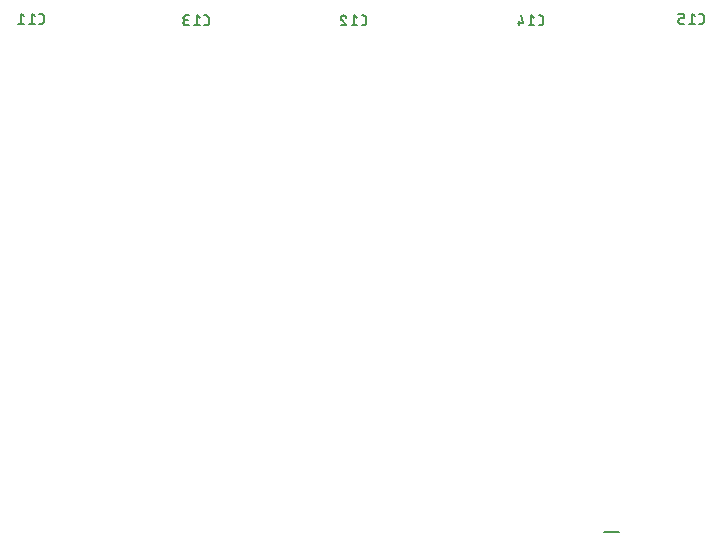
<source format=gbr>
G04 EAGLE Gerber RS-274X export*
G75*
%MOMM*%
%FSLAX34Y34*%
%LPD*%
%INSilkscreen Bottom*%
%IPPOS*%
%AMOC8*
5,1,8,0,0,1.08239X$1,22.5*%
G01*
%ADD10C,0.203200*%


D10*
X65471Y432816D02*
X67277Y432816D01*
X67360Y432818D01*
X67444Y432824D01*
X67527Y432833D01*
X67609Y432847D01*
X67690Y432864D01*
X67771Y432885D01*
X67851Y432910D01*
X67929Y432938D01*
X68006Y432970D01*
X68082Y433005D01*
X68156Y433044D01*
X68228Y433087D01*
X68298Y433132D01*
X68365Y433181D01*
X68431Y433233D01*
X68494Y433287D01*
X68554Y433345D01*
X68612Y433405D01*
X68666Y433468D01*
X68718Y433534D01*
X68767Y433601D01*
X68813Y433671D01*
X68855Y433743D01*
X68894Y433817D01*
X68929Y433893D01*
X68961Y433970D01*
X68989Y434048D01*
X69014Y434128D01*
X69035Y434209D01*
X69052Y434290D01*
X69066Y434373D01*
X69075Y434455D01*
X69081Y434539D01*
X69083Y434622D01*
X69083Y439138D01*
X69081Y439221D01*
X69075Y439305D01*
X69066Y439388D01*
X69052Y439470D01*
X69035Y439551D01*
X69014Y439632D01*
X68989Y439712D01*
X68961Y439790D01*
X68929Y439867D01*
X68894Y439943D01*
X68855Y440017D01*
X68813Y440089D01*
X68767Y440159D01*
X68718Y440226D01*
X68666Y440292D01*
X68612Y440355D01*
X68554Y440415D01*
X68494Y440473D01*
X68431Y440527D01*
X68365Y440579D01*
X68298Y440628D01*
X68228Y440673D01*
X68156Y440716D01*
X68082Y440755D01*
X68007Y440790D01*
X67929Y440822D01*
X67851Y440850D01*
X67771Y440875D01*
X67691Y440896D01*
X67609Y440913D01*
X67527Y440927D01*
X67444Y440936D01*
X67360Y440942D01*
X67277Y440944D01*
X65471Y440944D01*
X61417Y439138D02*
X59159Y440944D01*
X59159Y432816D01*
X61417Y432816D02*
X56901Y432816D01*
X52273Y439138D02*
X50015Y440944D01*
X50015Y432816D01*
X52273Y432816D02*
X47757Y432816D01*
X338521Y431546D02*
X340327Y431546D01*
X340410Y431548D01*
X340494Y431554D01*
X340577Y431563D01*
X340659Y431577D01*
X340740Y431594D01*
X340821Y431615D01*
X340901Y431640D01*
X340979Y431668D01*
X341056Y431700D01*
X341132Y431735D01*
X341206Y431774D01*
X341278Y431817D01*
X341348Y431862D01*
X341415Y431911D01*
X341481Y431963D01*
X341544Y432017D01*
X341604Y432075D01*
X341662Y432135D01*
X341716Y432198D01*
X341768Y432264D01*
X341817Y432331D01*
X341863Y432401D01*
X341905Y432473D01*
X341944Y432547D01*
X341979Y432623D01*
X342011Y432700D01*
X342039Y432778D01*
X342064Y432858D01*
X342085Y432939D01*
X342102Y433020D01*
X342116Y433103D01*
X342125Y433185D01*
X342131Y433269D01*
X342133Y433352D01*
X342133Y437868D01*
X342131Y437951D01*
X342125Y438035D01*
X342116Y438118D01*
X342102Y438200D01*
X342085Y438281D01*
X342064Y438362D01*
X342039Y438442D01*
X342011Y438520D01*
X341979Y438597D01*
X341944Y438673D01*
X341905Y438747D01*
X341863Y438819D01*
X341817Y438889D01*
X341768Y438956D01*
X341716Y439022D01*
X341662Y439085D01*
X341604Y439145D01*
X341544Y439203D01*
X341481Y439257D01*
X341415Y439309D01*
X341348Y439358D01*
X341278Y439403D01*
X341206Y439446D01*
X341132Y439485D01*
X341057Y439520D01*
X340979Y439552D01*
X340901Y439580D01*
X340821Y439605D01*
X340741Y439626D01*
X340659Y439643D01*
X340577Y439657D01*
X340494Y439666D01*
X340410Y439672D01*
X340327Y439674D01*
X338521Y439674D01*
X334467Y437868D02*
X332209Y439674D01*
X332209Y431546D01*
X334467Y431546D02*
X329951Y431546D01*
X322839Y439674D02*
X322750Y439672D01*
X322662Y439666D01*
X322574Y439657D01*
X322486Y439643D01*
X322399Y439626D01*
X322313Y439605D01*
X322228Y439580D01*
X322144Y439551D01*
X322061Y439519D01*
X321980Y439484D01*
X321901Y439444D01*
X321823Y439402D01*
X321747Y439356D01*
X321673Y439307D01*
X321602Y439254D01*
X321533Y439199D01*
X321466Y439140D01*
X321402Y439079D01*
X321341Y439015D01*
X321282Y438948D01*
X321227Y438879D01*
X321174Y438808D01*
X321125Y438734D01*
X321079Y438658D01*
X321037Y438580D01*
X320997Y438501D01*
X320962Y438420D01*
X320930Y438337D01*
X320901Y438253D01*
X320876Y438168D01*
X320855Y438082D01*
X320838Y437995D01*
X320824Y437907D01*
X320815Y437819D01*
X320809Y437731D01*
X320807Y437642D01*
X322839Y439675D02*
X322938Y439673D01*
X323038Y439667D01*
X323137Y439658D01*
X323235Y439645D01*
X323334Y439628D01*
X323431Y439607D01*
X323527Y439583D01*
X323623Y439555D01*
X323717Y439523D01*
X323810Y439488D01*
X323902Y439449D01*
X323992Y439407D01*
X324080Y439361D01*
X324167Y439312D01*
X324252Y439260D01*
X324334Y439204D01*
X324415Y439146D01*
X324493Y439084D01*
X324569Y439020D01*
X324642Y438953D01*
X324713Y438883D01*
X324780Y438810D01*
X324846Y438735D01*
X324908Y438657D01*
X324967Y438577D01*
X325023Y438495D01*
X325076Y438411D01*
X325126Y438324D01*
X325172Y438236D01*
X325215Y438147D01*
X325255Y438055D01*
X325291Y437962D01*
X325323Y437868D01*
X321484Y436061D02*
X321418Y436127D01*
X321355Y436195D01*
X321295Y436266D01*
X321238Y436340D01*
X321184Y436415D01*
X321134Y436493D01*
X321086Y436574D01*
X321043Y436656D01*
X321002Y436740D01*
X320966Y436825D01*
X320933Y436912D01*
X320903Y437000D01*
X320878Y437090D01*
X320856Y437180D01*
X320839Y437272D01*
X320825Y437364D01*
X320815Y437456D01*
X320809Y437549D01*
X320807Y437642D01*
X321484Y436062D02*
X325323Y431546D01*
X320807Y431546D01*
X206977Y431546D02*
X205171Y431546D01*
X206977Y431546D02*
X207060Y431548D01*
X207144Y431554D01*
X207227Y431563D01*
X207309Y431577D01*
X207390Y431594D01*
X207471Y431615D01*
X207551Y431640D01*
X207629Y431668D01*
X207706Y431700D01*
X207782Y431735D01*
X207856Y431774D01*
X207928Y431817D01*
X207998Y431862D01*
X208065Y431911D01*
X208131Y431963D01*
X208194Y432017D01*
X208254Y432075D01*
X208312Y432135D01*
X208366Y432198D01*
X208418Y432264D01*
X208467Y432331D01*
X208513Y432401D01*
X208555Y432473D01*
X208594Y432547D01*
X208629Y432623D01*
X208661Y432700D01*
X208689Y432778D01*
X208714Y432858D01*
X208735Y432939D01*
X208752Y433020D01*
X208766Y433103D01*
X208775Y433185D01*
X208781Y433269D01*
X208783Y433352D01*
X208783Y437868D01*
X208781Y437951D01*
X208775Y438035D01*
X208766Y438118D01*
X208752Y438200D01*
X208735Y438281D01*
X208714Y438362D01*
X208689Y438442D01*
X208661Y438520D01*
X208629Y438597D01*
X208594Y438673D01*
X208555Y438747D01*
X208513Y438819D01*
X208467Y438889D01*
X208418Y438956D01*
X208366Y439022D01*
X208312Y439085D01*
X208254Y439145D01*
X208194Y439203D01*
X208131Y439257D01*
X208065Y439309D01*
X207998Y439358D01*
X207928Y439403D01*
X207856Y439446D01*
X207782Y439485D01*
X207707Y439520D01*
X207629Y439552D01*
X207551Y439580D01*
X207471Y439605D01*
X207391Y439626D01*
X207309Y439643D01*
X207227Y439657D01*
X207144Y439666D01*
X207060Y439672D01*
X206977Y439674D01*
X205171Y439674D01*
X201117Y437868D02*
X198859Y439674D01*
X198859Y431546D01*
X201117Y431546D02*
X196601Y431546D01*
X191973Y431546D02*
X189715Y431546D01*
X189622Y431548D01*
X189529Y431554D01*
X189436Y431563D01*
X189343Y431577D01*
X189252Y431594D01*
X189161Y431615D01*
X189071Y431640D01*
X188982Y431668D01*
X188894Y431700D01*
X188808Y431736D01*
X188723Y431775D01*
X188640Y431818D01*
X188559Y431864D01*
X188480Y431914D01*
X188403Y431966D01*
X188328Y432022D01*
X188256Y432081D01*
X188186Y432143D01*
X188118Y432207D01*
X188054Y432275D01*
X187992Y432345D01*
X187933Y432417D01*
X187877Y432492D01*
X187825Y432569D01*
X187775Y432648D01*
X187729Y432729D01*
X187686Y432812D01*
X187647Y432897D01*
X187611Y432983D01*
X187579Y433071D01*
X187551Y433160D01*
X187526Y433250D01*
X187505Y433341D01*
X187488Y433432D01*
X187474Y433525D01*
X187465Y433618D01*
X187459Y433711D01*
X187457Y433804D01*
X187459Y433897D01*
X187465Y433990D01*
X187474Y434083D01*
X187488Y434176D01*
X187505Y434267D01*
X187526Y434358D01*
X187551Y434448D01*
X187579Y434537D01*
X187611Y434625D01*
X187647Y434711D01*
X187686Y434796D01*
X187729Y434879D01*
X187775Y434960D01*
X187825Y435039D01*
X187877Y435116D01*
X187933Y435191D01*
X187992Y435263D01*
X188054Y435333D01*
X188118Y435401D01*
X188186Y435465D01*
X188256Y435527D01*
X188328Y435586D01*
X188403Y435642D01*
X188480Y435694D01*
X188559Y435744D01*
X188640Y435790D01*
X188723Y435833D01*
X188808Y435872D01*
X188894Y435908D01*
X188982Y435940D01*
X189071Y435968D01*
X189161Y435993D01*
X189252Y436014D01*
X189343Y436031D01*
X189436Y436045D01*
X189529Y436054D01*
X189622Y436060D01*
X189715Y436062D01*
X189263Y439674D02*
X191973Y439674D01*
X189263Y439674D02*
X189180Y439672D01*
X189096Y439666D01*
X189013Y439657D01*
X188931Y439643D01*
X188850Y439626D01*
X188769Y439605D01*
X188689Y439580D01*
X188611Y439552D01*
X188534Y439520D01*
X188458Y439485D01*
X188384Y439446D01*
X188312Y439403D01*
X188242Y439358D01*
X188175Y439309D01*
X188109Y439257D01*
X188046Y439203D01*
X187986Y439145D01*
X187928Y439085D01*
X187874Y439022D01*
X187822Y438956D01*
X187773Y438889D01*
X187728Y438819D01*
X187685Y438747D01*
X187646Y438673D01*
X187611Y438597D01*
X187579Y438520D01*
X187551Y438442D01*
X187526Y438362D01*
X187505Y438281D01*
X187488Y438200D01*
X187474Y438118D01*
X187465Y438035D01*
X187459Y437951D01*
X187457Y437868D01*
X187459Y437785D01*
X187465Y437701D01*
X187474Y437618D01*
X187488Y437536D01*
X187505Y437455D01*
X187526Y437374D01*
X187551Y437294D01*
X187579Y437216D01*
X187611Y437139D01*
X187646Y437063D01*
X187685Y436989D01*
X187728Y436917D01*
X187773Y436847D01*
X187822Y436780D01*
X187874Y436714D01*
X187928Y436651D01*
X187986Y436591D01*
X188046Y436533D01*
X188109Y436479D01*
X188175Y436427D01*
X188242Y436378D01*
X188312Y436333D01*
X188384Y436290D01*
X188458Y436251D01*
X188534Y436216D01*
X188611Y436184D01*
X188689Y436156D01*
X188769Y436131D01*
X188850Y436110D01*
X188931Y436093D01*
X189013Y436079D01*
X189096Y436070D01*
X189180Y436064D01*
X189263Y436062D01*
X191069Y436062D01*
X488381Y431546D02*
X490187Y431546D01*
X490270Y431548D01*
X490354Y431554D01*
X490437Y431563D01*
X490519Y431577D01*
X490600Y431594D01*
X490681Y431615D01*
X490761Y431640D01*
X490839Y431668D01*
X490916Y431700D01*
X490992Y431735D01*
X491066Y431774D01*
X491138Y431817D01*
X491208Y431862D01*
X491275Y431911D01*
X491341Y431963D01*
X491404Y432017D01*
X491464Y432075D01*
X491522Y432135D01*
X491576Y432198D01*
X491628Y432264D01*
X491677Y432331D01*
X491723Y432401D01*
X491765Y432473D01*
X491804Y432547D01*
X491839Y432623D01*
X491871Y432700D01*
X491899Y432778D01*
X491924Y432858D01*
X491945Y432939D01*
X491962Y433020D01*
X491976Y433103D01*
X491985Y433185D01*
X491991Y433269D01*
X491993Y433352D01*
X491993Y437868D01*
X491991Y437951D01*
X491985Y438035D01*
X491976Y438118D01*
X491962Y438200D01*
X491945Y438281D01*
X491924Y438362D01*
X491899Y438442D01*
X491871Y438520D01*
X491839Y438597D01*
X491804Y438673D01*
X491765Y438747D01*
X491723Y438819D01*
X491677Y438889D01*
X491628Y438956D01*
X491576Y439022D01*
X491522Y439085D01*
X491464Y439145D01*
X491404Y439203D01*
X491341Y439257D01*
X491275Y439309D01*
X491208Y439358D01*
X491138Y439403D01*
X491066Y439446D01*
X490992Y439485D01*
X490917Y439520D01*
X490839Y439552D01*
X490761Y439580D01*
X490681Y439605D01*
X490601Y439626D01*
X490519Y439643D01*
X490437Y439657D01*
X490354Y439666D01*
X490270Y439672D01*
X490187Y439674D01*
X488381Y439674D01*
X484327Y437868D02*
X482069Y439674D01*
X482069Y431546D01*
X484327Y431546D02*
X479811Y431546D01*
X475183Y433352D02*
X473376Y439674D01*
X475183Y433352D02*
X470667Y433352D01*
X472022Y435158D02*
X472022Y431546D01*
X624271Y432816D02*
X626077Y432816D01*
X626160Y432818D01*
X626244Y432824D01*
X626327Y432833D01*
X626409Y432847D01*
X626490Y432864D01*
X626571Y432885D01*
X626651Y432910D01*
X626729Y432938D01*
X626806Y432970D01*
X626882Y433005D01*
X626956Y433044D01*
X627028Y433087D01*
X627098Y433132D01*
X627165Y433181D01*
X627231Y433233D01*
X627294Y433287D01*
X627354Y433345D01*
X627412Y433405D01*
X627466Y433468D01*
X627518Y433534D01*
X627567Y433601D01*
X627613Y433671D01*
X627655Y433743D01*
X627694Y433817D01*
X627729Y433893D01*
X627761Y433970D01*
X627789Y434048D01*
X627814Y434128D01*
X627835Y434209D01*
X627852Y434290D01*
X627866Y434373D01*
X627875Y434455D01*
X627881Y434539D01*
X627883Y434622D01*
X627883Y439138D01*
X627881Y439221D01*
X627875Y439305D01*
X627866Y439388D01*
X627852Y439470D01*
X627835Y439551D01*
X627814Y439632D01*
X627789Y439712D01*
X627761Y439790D01*
X627729Y439867D01*
X627694Y439943D01*
X627655Y440017D01*
X627613Y440089D01*
X627567Y440159D01*
X627518Y440226D01*
X627466Y440292D01*
X627412Y440355D01*
X627354Y440415D01*
X627294Y440473D01*
X627231Y440527D01*
X627165Y440579D01*
X627098Y440628D01*
X627028Y440673D01*
X626956Y440716D01*
X626882Y440755D01*
X626807Y440790D01*
X626729Y440822D01*
X626651Y440850D01*
X626571Y440875D01*
X626491Y440896D01*
X626409Y440913D01*
X626327Y440927D01*
X626244Y440936D01*
X626160Y440942D01*
X626077Y440944D01*
X624271Y440944D01*
X620217Y439138D02*
X617959Y440944D01*
X617959Y432816D01*
X620217Y432816D02*
X615701Y432816D01*
X611073Y432816D02*
X608363Y432816D01*
X608280Y432818D01*
X608196Y432824D01*
X608113Y432833D01*
X608031Y432847D01*
X607950Y432864D01*
X607869Y432885D01*
X607789Y432910D01*
X607711Y432938D01*
X607634Y432970D01*
X607558Y433005D01*
X607484Y433044D01*
X607412Y433087D01*
X607342Y433132D01*
X607275Y433181D01*
X607209Y433233D01*
X607146Y433287D01*
X607086Y433345D01*
X607028Y433405D01*
X606974Y433468D01*
X606922Y433534D01*
X606873Y433601D01*
X606828Y433671D01*
X606785Y433743D01*
X606746Y433817D01*
X606711Y433893D01*
X606679Y433970D01*
X606651Y434048D01*
X606626Y434128D01*
X606605Y434209D01*
X606588Y434290D01*
X606574Y434372D01*
X606565Y434455D01*
X606559Y434539D01*
X606557Y434622D01*
X606557Y435525D01*
X606559Y435608D01*
X606565Y435692D01*
X606574Y435775D01*
X606588Y435857D01*
X606605Y435938D01*
X606626Y436019D01*
X606651Y436099D01*
X606679Y436177D01*
X606711Y436254D01*
X606746Y436330D01*
X606785Y436404D01*
X606828Y436476D01*
X606873Y436546D01*
X606922Y436613D01*
X606974Y436679D01*
X607028Y436742D01*
X607086Y436802D01*
X607146Y436860D01*
X607209Y436914D01*
X607275Y436966D01*
X607342Y437015D01*
X607412Y437061D01*
X607484Y437103D01*
X607558Y437142D01*
X607634Y437177D01*
X607711Y437209D01*
X607789Y437237D01*
X607869Y437262D01*
X607950Y437283D01*
X608031Y437300D01*
X608114Y437314D01*
X608196Y437323D01*
X608280Y437329D01*
X608363Y437331D01*
X608363Y437332D02*
X611073Y437332D01*
X611073Y440944D01*
X606557Y440944D01*
X556260Y2540D02*
X543560Y2540D01*
M02*

</source>
